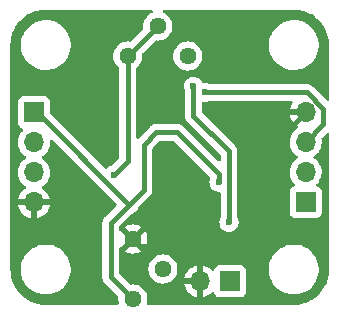
<source format=gbr>
%TF.GenerationSoftware,KiCad,Pcbnew,(6.0.0)*%
%TF.CreationDate,2022-02-09T06:53:37-08:00*%
%TF.ProjectId,depth-sensor,64657074-682d-4736-956e-736f722e6b69,1*%
%TF.SameCoordinates,Original*%
%TF.FileFunction,Copper,L2,Bot*%
%TF.FilePolarity,Positive*%
%FSLAX46Y46*%
G04 Gerber Fmt 4.6, Leading zero omitted, Abs format (unit mm)*
G04 Created by KiCad (PCBNEW (6.0.0)) date 2022-02-09 06:53:37*
%MOMM*%
%LPD*%
G01*
G04 APERTURE LIST*
%TA.AperFunction,ComponentPad*%
%ADD10R,1.700000X1.700000*%
%TD*%
%TA.AperFunction,ComponentPad*%
%ADD11O,1.700000X1.700000*%
%TD*%
%TA.AperFunction,ComponentPad*%
%ADD12C,1.440000*%
%TD*%
%TA.AperFunction,ViaPad*%
%ADD13C,0.600000*%
%TD*%
%TA.AperFunction,Conductor*%
%ADD14C,0.400000*%
%TD*%
G04 APERTURE END LIST*
D10*
%TO.P,J3,1,Pin_1*%
%TO.N,+9V*%
X121000000Y-56300000D03*
D11*
%TO.P,J3,2,Pin_2*%
%TO.N,VOUT*%
X121000000Y-53760000D03*
%TO.P,J3,3,Pin_3*%
%TO.N,ON*%
X121000000Y-51220000D03*
%TO.P,J3,4,Pin_4*%
%TO.N,GND*%
X121000000Y-48680000D03*
%TD*%
D10*
%TO.P,J2,1,Pin_1*%
%TO.N,VDD*%
X98000000Y-48700000D03*
D11*
%TO.P,J2,2,Pin_2*%
%TO.N,Net-(J2-Pad2)*%
X98000000Y-51240000D03*
%TO.P,J2,3,Pin_3*%
%TO.N,Net-(J2-Pad3)*%
X98000000Y-53780000D03*
%TO.P,J2,4,Pin_4*%
%TO.N,GND*%
X98000000Y-56320000D03*
%TD*%
D10*
%TO.P,J1,1,Pin_1*%
%TO.N,+9V*%
X114600000Y-63000000D03*
D11*
%TO.P,J1,2,Pin_2*%
%TO.N,GND*%
X112060000Y-63000000D03*
%TD*%
D12*
%TO.P,RV2,1,1*%
%TO.N,Net-(C3-Pad1)*%
X111025000Y-43925000D03*
%TO.P,RV2,2,2*%
%TO.N,Net-(C4-Pad1)*%
X108485000Y-41385000D03*
%TO.P,RV2,3,3*%
X105945000Y-43925000D03*
%TD*%
%TO.P,RV1,3,3*%
%TO.N,GND*%
X106375000Y-59420000D03*
%TO.P,RV1,2,2*%
%TO.N,Net-(C5-Pad2)*%
X108915000Y-61960000D03*
%TO.P,RV1,1,1*%
%TO.N,VDD*%
X106375000Y-64500000D03*
%TD*%
D13*
%TO.N,GND*%
X108585000Y-45720000D03*
X111125000Y-41275000D03*
%TO.N,VDD*%
X113665000Y-54610000D03*
%TO.N,GND*%
X109855000Y-52070000D03*
%TO.N,ON*%
X112500000Y-47000000D03*
%TO.N,Net-(Q1-Pad3)*%
X114509500Y-58000000D03*
X111500000Y-46500000D03*
%TO.N,Net-(C4-Pad1)*%
X104775000Y-53975000D03*
%TO.N,VDD*%
X106045000Y-56515000D03*
%TD*%
D14*
%TO.N,GND*%
X110000000Y-60000000D02*
X110000000Y-52215000D01*
X110000000Y-52215000D02*
X109855000Y-52070000D01*
%TO.N,Net-(C4-Pad1)*%
X105945000Y-52805000D02*
X104775000Y-53975000D01*
X105945000Y-43925000D02*
X105945000Y-52805000D01*
%TO.N,VDD*%
X110147813Y-50384310D02*
X113665000Y-53901497D01*
X108365690Y-50384310D02*
X110147813Y-50384310D01*
X107315000Y-51435000D02*
X108365690Y-50384310D01*
X107315000Y-55245000D02*
X107315000Y-51435000D01*
X106045000Y-56515000D02*
X107315000Y-55245000D01*
X113665000Y-53901497D02*
X113665000Y-54610000D01*
X104500000Y-58060000D02*
X106045000Y-56515000D01*
X104500000Y-62625000D02*
X104500000Y-58060000D01*
X106375000Y-64500000D02*
X104500000Y-62625000D01*
X98230000Y-48700000D02*
X106045000Y-56515000D01*
X98000000Y-48700000D02*
X98230000Y-48700000D01*
%TO.N,Net-(Q1-Pad3)*%
X111500000Y-49000000D02*
X111500000Y-46500000D01*
X114509500Y-52009500D02*
X111500000Y-49000000D01*
X114509500Y-58000000D02*
X114509500Y-52009500D01*
%TO.N,ON*%
X121087076Y-47000000D02*
X112500000Y-47000000D01*
X122500000Y-48412924D02*
X121087076Y-47000000D01*
X121000000Y-51220000D02*
X122500000Y-49720000D01*
X122500000Y-49720000D02*
X122500000Y-48412924D01*
%TO.N,GND*%
X112060000Y-60060000D02*
X112060000Y-63000000D01*
X113000000Y-60000000D02*
X112000000Y-60000000D01*
X112000000Y-60000000D02*
X112060000Y-60060000D01*
X113000000Y-60000000D02*
X106955000Y-60000000D01*
X114000000Y-60000000D02*
X113000000Y-60000000D01*
X106955000Y-60000000D02*
X106375000Y-59420000D01*
X118000000Y-56000000D02*
X114000000Y-60000000D01*
X118000000Y-51680000D02*
X118000000Y-56000000D01*
X121000000Y-48680000D02*
X118000000Y-51680000D01*
%TO.N,Net-(C4-Pad1)*%
X108485000Y-41385000D02*
X105945000Y-43925000D01*
%TD*%
%TA.AperFunction,Conductor*%
%TO.N,GND*%
G36*
X119848399Y-47728502D02*
G01*
X119894892Y-47782158D01*
X119904996Y-47852432D01*
X119884366Y-47905504D01*
X119818098Y-48002649D01*
X119813000Y-48011623D01*
X119723338Y-48204783D01*
X119719775Y-48214470D01*
X119664389Y-48414183D01*
X119665912Y-48422607D01*
X119678292Y-48426000D01*
X121128000Y-48426000D01*
X121196121Y-48446002D01*
X121242614Y-48499658D01*
X121254000Y-48552000D01*
X121254000Y-48808000D01*
X121233998Y-48876121D01*
X121180342Y-48922614D01*
X121128000Y-48934000D01*
X119683225Y-48934000D01*
X119669694Y-48937973D01*
X119668257Y-48947966D01*
X119698565Y-49082446D01*
X119701645Y-49092275D01*
X119781770Y-49289603D01*
X119786413Y-49298794D01*
X119897694Y-49480388D01*
X119903777Y-49488699D01*
X120043213Y-49649667D01*
X120050580Y-49656883D01*
X120214434Y-49792916D01*
X120222881Y-49798831D01*
X120291969Y-49839203D01*
X120340693Y-49890842D01*
X120353764Y-49960625D01*
X120327033Y-50026396D01*
X120286584Y-50059752D01*
X120273607Y-50066507D01*
X120269474Y-50069610D01*
X120269471Y-50069612D01*
X120246969Y-50086507D01*
X120094965Y-50200635D01*
X119940629Y-50362138D01*
X119814743Y-50546680D01*
X119803280Y-50571375D01*
X119728287Y-50732935D01*
X119720688Y-50749305D01*
X119660989Y-50964570D01*
X119637251Y-51186695D01*
X119637548Y-51191848D01*
X119637548Y-51191851D01*
X119643011Y-51286590D01*
X119650110Y-51409715D01*
X119651247Y-51414761D01*
X119651248Y-51414767D01*
X119669027Y-51493654D01*
X119699222Y-51627639D01*
X119783266Y-51834616D01*
X119785965Y-51839020D01*
X119872189Y-51979725D01*
X119899987Y-52025088D01*
X120046250Y-52193938D01*
X120218126Y-52336632D01*
X120249833Y-52355160D01*
X120291445Y-52379476D01*
X120340169Y-52431114D01*
X120353240Y-52500897D01*
X120326509Y-52566669D01*
X120286055Y-52600027D01*
X120273607Y-52606507D01*
X120269474Y-52609610D01*
X120269471Y-52609612D01*
X120107350Y-52731336D01*
X120094965Y-52740635D01*
X120069894Y-52766870D01*
X119994324Y-52845950D01*
X119940629Y-52902138D01*
X119937715Y-52906410D01*
X119937714Y-52906411D01*
X119852556Y-53031249D01*
X119814743Y-53086680D01*
X119720688Y-53289305D01*
X119660989Y-53504570D01*
X119637251Y-53726695D01*
X119637548Y-53731848D01*
X119637548Y-53731851D01*
X119643011Y-53826590D01*
X119650110Y-53949715D01*
X119651247Y-53954761D01*
X119651248Y-53954767D01*
X119671119Y-54042939D01*
X119699222Y-54167639D01*
X119745582Y-54281811D01*
X119774397Y-54352773D01*
X119783266Y-54374616D01*
X119814555Y-54425675D01*
X119858865Y-54497982D01*
X119899987Y-54565088D01*
X120046250Y-54733938D01*
X120050230Y-54737242D01*
X120054981Y-54741187D01*
X120094616Y-54800090D01*
X120096113Y-54871071D01*
X120058997Y-54931593D01*
X120018725Y-54956112D01*
X119988452Y-54967461D01*
X119903295Y-54999385D01*
X119786739Y-55086739D01*
X119699385Y-55203295D01*
X119648255Y-55339684D01*
X119641500Y-55401866D01*
X119641500Y-57198134D01*
X119648255Y-57260316D01*
X119699385Y-57396705D01*
X119786739Y-57513261D01*
X119903295Y-57600615D01*
X120039684Y-57651745D01*
X120101866Y-57658500D01*
X121898134Y-57658500D01*
X121960316Y-57651745D01*
X122096705Y-57600615D01*
X122213261Y-57513261D01*
X122300615Y-57396705D01*
X122351745Y-57260316D01*
X122358500Y-57198134D01*
X122358500Y-55401866D01*
X122351745Y-55339684D01*
X122300615Y-55203295D01*
X122213261Y-55086739D01*
X122096705Y-54999385D01*
X122067496Y-54988435D01*
X121978203Y-54954960D01*
X121921439Y-54912318D01*
X121896739Y-54845756D01*
X121911947Y-54776408D01*
X121933493Y-54747727D01*
X122018026Y-54663489D01*
X122038096Y-54643489D01*
X122097594Y-54560689D01*
X122165435Y-54466277D01*
X122168453Y-54462077D01*
X122257546Y-54281811D01*
X122265136Y-54266453D01*
X122265137Y-54266451D01*
X122267430Y-54261811D01*
X122332370Y-54048069D01*
X122361529Y-53826590D01*
X122362585Y-53783365D01*
X122363074Y-53763365D01*
X122363074Y-53763361D01*
X122363156Y-53760000D01*
X122344852Y-53537361D01*
X122290431Y-53320702D01*
X122201354Y-53115840D01*
X122149397Y-53035526D01*
X122082822Y-52932617D01*
X122082820Y-52932614D01*
X122080014Y-52928277D01*
X121929670Y-52763051D01*
X121925619Y-52759852D01*
X121925615Y-52759848D01*
X121758414Y-52627800D01*
X121758410Y-52627798D01*
X121754359Y-52624598D01*
X121713053Y-52601796D01*
X121663084Y-52551364D01*
X121648312Y-52481921D01*
X121673428Y-52415516D01*
X121700780Y-52388909D01*
X121750664Y-52353327D01*
X121879860Y-52261173D01*
X122038096Y-52103489D01*
X122097594Y-52020689D01*
X122165435Y-51926277D01*
X122168453Y-51922077D01*
X122209385Y-51839258D01*
X122265136Y-51726453D01*
X122265137Y-51726451D01*
X122267430Y-51721811D01*
X122332370Y-51508069D01*
X122361529Y-51286590D01*
X122362585Y-51243365D01*
X122363074Y-51223365D01*
X122363074Y-51223361D01*
X122363156Y-51220000D01*
X122344852Y-50997361D01*
X122343594Y-50992352D01*
X122338114Y-50970534D01*
X122340920Y-50899593D01*
X122371224Y-50850747D01*
X122776905Y-50445066D01*
X122839217Y-50411040D01*
X122910032Y-50416105D01*
X122966868Y-50458652D01*
X122991679Y-50525172D01*
X122992000Y-50534161D01*
X122992000Y-61950672D01*
X122990500Y-61970057D01*
X122988213Y-61984748D01*
X122986814Y-61993730D01*
X122987978Y-62002631D01*
X122987978Y-62002635D01*
X122989257Y-62012411D01*
X122990148Y-62035343D01*
X122984731Y-62138717D01*
X122975956Y-62306148D01*
X122974578Y-62319264D01*
X122954896Y-62443534D01*
X122927651Y-62615550D01*
X122924909Y-62628450D01*
X122853245Y-62895904D01*
X122847269Y-62918205D01*
X122843195Y-62930742D01*
X122771890Y-63116499D01*
X122735696Y-63210787D01*
X122730332Y-63222835D01*
X122594145Y-63490117D01*
X122587551Y-63501538D01*
X122424172Y-63753121D01*
X122416419Y-63763791D01*
X122227645Y-63996908D01*
X122218820Y-64006709D01*
X122006709Y-64218820D01*
X121996908Y-64227645D01*
X121763791Y-64416419D01*
X121753121Y-64424172D01*
X121501538Y-64587551D01*
X121490117Y-64594145D01*
X121222835Y-64730332D01*
X121210786Y-64735696D01*
X120930742Y-64843195D01*
X120918205Y-64847269D01*
X120628450Y-64924909D01*
X120615550Y-64927651D01*
X120319265Y-64974578D01*
X120306149Y-64975956D01*
X120042666Y-64989764D01*
X120016688Y-64988436D01*
X120015144Y-64988195D01*
X120015140Y-64988195D01*
X120006270Y-64986814D01*
X119997368Y-64987978D01*
X119997365Y-64987978D01*
X119974749Y-64990936D01*
X119958411Y-64992000D01*
X107679213Y-64992000D01*
X107611092Y-64971998D01*
X107564599Y-64918342D01*
X107554495Y-64848068D01*
X107557506Y-64833389D01*
X107588034Y-64719457D01*
X107588034Y-64719455D01*
X107589458Y-64714142D01*
X107608193Y-64500000D01*
X107589458Y-64285858D01*
X107573494Y-64226279D01*
X107535245Y-64083533D01*
X107535244Y-64083531D01*
X107533822Y-64078223D01*
X107531499Y-64073241D01*
X107445299Y-63888385D01*
X107445297Y-63888382D01*
X107442976Y-63883404D01*
X107319681Y-63707319D01*
X107167681Y-63555319D01*
X106991597Y-63432024D01*
X106986619Y-63429703D01*
X106986616Y-63429701D01*
X106801759Y-63343501D01*
X106801758Y-63343500D01*
X106796777Y-63341178D01*
X106791469Y-63339756D01*
X106791467Y-63339755D01*
X106594457Y-63286966D01*
X106594455Y-63286966D01*
X106589142Y-63285542D01*
X106388247Y-63267966D01*
X110728257Y-63267966D01*
X110758565Y-63402446D01*
X110761645Y-63412275D01*
X110841770Y-63609603D01*
X110846413Y-63618794D01*
X110957694Y-63800388D01*
X110963777Y-63808699D01*
X111103213Y-63969667D01*
X111110580Y-63976883D01*
X111274434Y-64112916D01*
X111282881Y-64118831D01*
X111466756Y-64226279D01*
X111476042Y-64230729D01*
X111675001Y-64306703D01*
X111684899Y-64309579D01*
X111788250Y-64330606D01*
X111802299Y-64329410D01*
X111806000Y-64319065D01*
X111806000Y-64318517D01*
X112314000Y-64318517D01*
X112318064Y-64332359D01*
X112331478Y-64334393D01*
X112338184Y-64333534D01*
X112348262Y-64331392D01*
X112552255Y-64270191D01*
X112561842Y-64266433D01*
X112753095Y-64172739D01*
X112761945Y-64167464D01*
X112935328Y-64043792D01*
X112943193Y-64037145D01*
X113047897Y-63932805D01*
X113110268Y-63898889D01*
X113181075Y-63904077D01*
X113237837Y-63946723D01*
X113254819Y-63977826D01*
X113299385Y-64096705D01*
X113386739Y-64213261D01*
X113503295Y-64300615D01*
X113639684Y-64351745D01*
X113701866Y-64358500D01*
X115498134Y-64358500D01*
X115560316Y-64351745D01*
X115696705Y-64300615D01*
X115813261Y-64213261D01*
X115900615Y-64096705D01*
X115951745Y-63960316D01*
X115958500Y-63898134D01*
X115958500Y-62132703D01*
X117890743Y-62132703D01*
X117891302Y-62136947D01*
X117891302Y-62136951D01*
X117896898Y-62179457D01*
X117928268Y-62417734D01*
X118004129Y-62695036D01*
X118005813Y-62698984D01*
X118112262Y-62948548D01*
X118116923Y-62959476D01*
X118159310Y-63030299D01*
X118256800Y-63193193D01*
X118264561Y-63206161D01*
X118444313Y-63430528D01*
X118652851Y-63628423D01*
X118886317Y-63796186D01*
X118890112Y-63798195D01*
X118890113Y-63798196D01*
X118909950Y-63808699D01*
X119140392Y-63930712D01*
X119246842Y-63969667D01*
X119348064Y-64006709D01*
X119410373Y-64029511D01*
X119691264Y-64090755D01*
X119719841Y-64093004D01*
X119914282Y-64108307D01*
X119914291Y-64108307D01*
X119916739Y-64108500D01*
X120072271Y-64108500D01*
X120074407Y-64108354D01*
X120074418Y-64108354D01*
X120282548Y-64094165D01*
X120282554Y-64094164D01*
X120286825Y-64093873D01*
X120291020Y-64093004D01*
X120291022Y-64093004D01*
X120427584Y-64064723D01*
X120568342Y-64035574D01*
X120839343Y-63939607D01*
X121094812Y-63807750D01*
X121098313Y-63805289D01*
X121098317Y-63805287D01*
X121243253Y-63703424D01*
X121330023Y-63642441D01*
X121427177Y-63552160D01*
X121537479Y-63449661D01*
X121537481Y-63449658D01*
X121540622Y-63446740D01*
X121722713Y-63224268D01*
X121872927Y-62979142D01*
X121896879Y-62924579D01*
X121986757Y-62719830D01*
X121988483Y-62715898D01*
X122067244Y-62439406D01*
X122107751Y-62154784D01*
X122107794Y-62146727D01*
X122109235Y-61871583D01*
X122109235Y-61871576D01*
X122109257Y-61867297D01*
X122071732Y-61582266D01*
X121995871Y-61304964D01*
X121883077Y-61040524D01*
X121741222Y-60803501D01*
X121737643Y-60797521D01*
X121737640Y-60797517D01*
X121735439Y-60793839D01*
X121555687Y-60569472D01*
X121347149Y-60371577D01*
X121113683Y-60203814D01*
X121091843Y-60192250D01*
X121068654Y-60179972D01*
X120859608Y-60069288D01*
X120589627Y-59970489D01*
X120308736Y-59909245D01*
X120277685Y-59906801D01*
X120085718Y-59891693D01*
X120085709Y-59891693D01*
X120083261Y-59891500D01*
X119927729Y-59891500D01*
X119925593Y-59891646D01*
X119925582Y-59891646D01*
X119717452Y-59905835D01*
X119717446Y-59905836D01*
X119713175Y-59906127D01*
X119708980Y-59906996D01*
X119708978Y-59906996D01*
X119572417Y-59935276D01*
X119431658Y-59964426D01*
X119160657Y-60060393D01*
X118905188Y-60192250D01*
X118901687Y-60194711D01*
X118901683Y-60194713D01*
X118891594Y-60201804D01*
X118669977Y-60357559D01*
X118459378Y-60553260D01*
X118277287Y-60775732D01*
X118127073Y-61020858D01*
X118125347Y-61024791D01*
X118125346Y-61024792D01*
X118013243Y-61280170D01*
X118011517Y-61284102D01*
X117932756Y-61560594D01*
X117906340Y-61746209D01*
X117899550Y-61793919D01*
X117892249Y-61845216D01*
X117892227Y-61849505D01*
X117892226Y-61849512D01*
X117890765Y-62128417D01*
X117890743Y-62132703D01*
X115958500Y-62132703D01*
X115958500Y-62101866D01*
X115951745Y-62039684D01*
X115900615Y-61903295D01*
X115813261Y-61786739D01*
X115696705Y-61699385D01*
X115560316Y-61648255D01*
X115498134Y-61641500D01*
X113701866Y-61641500D01*
X113639684Y-61648255D01*
X113503295Y-61699385D01*
X113386739Y-61786739D01*
X113299385Y-61903295D01*
X113296233Y-61911703D01*
X113296232Y-61911705D01*
X113254722Y-62022433D01*
X113212081Y-62079198D01*
X113145519Y-62103898D01*
X113076170Y-62088691D01*
X113043546Y-62063004D01*
X112992799Y-62007234D01*
X112985273Y-62000215D01*
X112818139Y-61868222D01*
X112809552Y-61862517D01*
X112623117Y-61759599D01*
X112613705Y-61755369D01*
X112412959Y-61684280D01*
X112402988Y-61681646D01*
X112331837Y-61668972D01*
X112318540Y-61670432D01*
X112314000Y-61684989D01*
X112314000Y-64318517D01*
X111806000Y-64318517D01*
X111806000Y-63272115D01*
X111801525Y-63256876D01*
X111800135Y-63255671D01*
X111792452Y-63254000D01*
X110743225Y-63254000D01*
X110729694Y-63257973D01*
X110728257Y-63267966D01*
X106388247Y-63267966D01*
X106375000Y-63266807D01*
X106369525Y-63267286D01*
X106369524Y-63267286D01*
X106220908Y-63280288D01*
X106151304Y-63266299D01*
X106120832Y-63243862D01*
X105245405Y-62368435D01*
X105211379Y-62306123D01*
X105208500Y-62279340D01*
X105208500Y-61960000D01*
X107681807Y-61960000D01*
X107700542Y-62174142D01*
X107701966Y-62179455D01*
X107701966Y-62179457D01*
X107753078Y-62370206D01*
X107756178Y-62381777D01*
X107758500Y-62386757D01*
X107758501Y-62386759D01*
X107781071Y-62435159D01*
X107847024Y-62576596D01*
X107970319Y-62752681D01*
X108122319Y-62904681D01*
X108298403Y-63027976D01*
X108303381Y-63030297D01*
X108303384Y-63030299D01*
X108448598Y-63098013D01*
X108493223Y-63118822D01*
X108498531Y-63120244D01*
X108498533Y-63120245D01*
X108695543Y-63173034D01*
X108695545Y-63173034D01*
X108700858Y-63174458D01*
X108915000Y-63193193D01*
X109129142Y-63174458D01*
X109134455Y-63173034D01*
X109134457Y-63173034D01*
X109331467Y-63120245D01*
X109331469Y-63120244D01*
X109336777Y-63118822D01*
X109381402Y-63098013D01*
X109526616Y-63030299D01*
X109526619Y-63030297D01*
X109531597Y-63027976D01*
X109707681Y-62904681D01*
X109859681Y-62752681D01*
X109872633Y-62734183D01*
X110724389Y-62734183D01*
X110725912Y-62742607D01*
X110738292Y-62746000D01*
X111787885Y-62746000D01*
X111803124Y-62741525D01*
X111804329Y-62740135D01*
X111806000Y-62732452D01*
X111806000Y-61683102D01*
X111802082Y-61669758D01*
X111787806Y-61667771D01*
X111749324Y-61673660D01*
X111739288Y-61676051D01*
X111536868Y-61742212D01*
X111527359Y-61746209D01*
X111338463Y-61844542D01*
X111329738Y-61850036D01*
X111159433Y-61977905D01*
X111151726Y-61984748D01*
X111004590Y-62138717D01*
X110998104Y-62146727D01*
X110878098Y-62322649D01*
X110873000Y-62331623D01*
X110783338Y-62524783D01*
X110779775Y-62534470D01*
X110724389Y-62734183D01*
X109872633Y-62734183D01*
X109982976Y-62576596D01*
X110048930Y-62435159D01*
X110071499Y-62386759D01*
X110071500Y-62386757D01*
X110073822Y-62381777D01*
X110076923Y-62370206D01*
X110128034Y-62179457D01*
X110128034Y-62179455D01*
X110129458Y-62174142D01*
X110148193Y-61960000D01*
X110129458Y-61745858D01*
X110112958Y-61684280D01*
X110075245Y-61543533D01*
X110075244Y-61543531D01*
X110073822Y-61538223D01*
X109982976Y-61343404D01*
X109859681Y-61167319D01*
X109707681Y-61015319D01*
X109531597Y-60892024D01*
X109526619Y-60889703D01*
X109526616Y-60889701D01*
X109341759Y-60803501D01*
X109341758Y-60803500D01*
X109336777Y-60801178D01*
X109331469Y-60799756D01*
X109331467Y-60799755D01*
X109134457Y-60746966D01*
X109134455Y-60746966D01*
X109129142Y-60745542D01*
X108915000Y-60726807D01*
X108700858Y-60745542D01*
X108695545Y-60746966D01*
X108695543Y-60746966D01*
X108498533Y-60799755D01*
X108498531Y-60799756D01*
X108493223Y-60801178D01*
X108488243Y-60803500D01*
X108488241Y-60803501D01*
X108303385Y-60889701D01*
X108303382Y-60889703D01*
X108298404Y-60892024D01*
X108122319Y-61015319D01*
X107970319Y-61167319D01*
X107847024Y-61343404D01*
X107756178Y-61538223D01*
X107754756Y-61543531D01*
X107754755Y-61543533D01*
X107717042Y-61684280D01*
X107700542Y-61745858D01*
X107681807Y-61960000D01*
X105208500Y-61960000D01*
X105208500Y-60448621D01*
X105710933Y-60448621D01*
X105720227Y-60460635D01*
X105754146Y-60484385D01*
X105763641Y-60489868D01*
X105948413Y-60576028D01*
X105958705Y-60579774D01*
X106155632Y-60632540D01*
X106166425Y-60634443D01*
X106369525Y-60652212D01*
X106380475Y-60652212D01*
X106583575Y-60634443D01*
X106594368Y-60632540D01*
X106791295Y-60579774D01*
X106801587Y-60576028D01*
X106986359Y-60489868D01*
X106995854Y-60484385D01*
X107030607Y-60460051D01*
X107038983Y-60449572D01*
X107031916Y-60436127D01*
X106387811Y-59792021D01*
X106373868Y-59784408D01*
X106372034Y-59784539D01*
X106365420Y-59788790D01*
X105717360Y-60436851D01*
X105710933Y-60448621D01*
X105208500Y-60448621D01*
X105208500Y-60210868D01*
X105228502Y-60142747D01*
X105282158Y-60096254D01*
X105340203Y-60086729D01*
X105358872Y-60076917D01*
X106002979Y-59432811D01*
X106009356Y-59421132D01*
X106739408Y-59421132D01*
X106739539Y-59422966D01*
X106743790Y-59429580D01*
X107391851Y-60077640D01*
X107403621Y-60084067D01*
X107415635Y-60074772D01*
X107439387Y-60040850D01*
X107444865Y-60031364D01*
X107531028Y-59846587D01*
X107534774Y-59836295D01*
X107587540Y-59639368D01*
X107589443Y-59628575D01*
X107607212Y-59425475D01*
X107607212Y-59414525D01*
X107589443Y-59211425D01*
X107587540Y-59200632D01*
X107534774Y-59003705D01*
X107531028Y-58993413D01*
X107444865Y-58808636D01*
X107439387Y-58799150D01*
X107415051Y-58764393D01*
X107404572Y-58756017D01*
X107391128Y-58763083D01*
X106747021Y-59407189D01*
X106739408Y-59421132D01*
X106009356Y-59421132D01*
X106010592Y-59418868D01*
X106010461Y-59417034D01*
X106006210Y-59410420D01*
X105358149Y-58762360D01*
X105344211Y-58754749D01*
X105343489Y-58754801D01*
X105274115Y-58739710D01*
X105223913Y-58689508D01*
X105208500Y-58629122D01*
X105208500Y-58405660D01*
X105212972Y-58390428D01*
X105711017Y-58390428D01*
X105718083Y-58403872D01*
X106362189Y-59047979D01*
X106376132Y-59055592D01*
X106377966Y-59055461D01*
X106384580Y-59051210D01*
X107032640Y-58403149D01*
X107039067Y-58391379D01*
X107029773Y-58379365D01*
X106995854Y-58355615D01*
X106986359Y-58350132D01*
X106801587Y-58263972D01*
X106791295Y-58260226D01*
X106594368Y-58207460D01*
X106583575Y-58205557D01*
X106380475Y-58187788D01*
X106369525Y-58187788D01*
X106166425Y-58205557D01*
X106155632Y-58207460D01*
X105958705Y-58260226D01*
X105948413Y-58263972D01*
X105763636Y-58350135D01*
X105754150Y-58355613D01*
X105719393Y-58379949D01*
X105711017Y-58390428D01*
X105212972Y-58390428D01*
X105228502Y-58337539D01*
X105245405Y-58316565D01*
X106248493Y-57313477D01*
X106298651Y-57282739D01*
X106374411Y-57258123D01*
X106381108Y-57255947D01*
X106536912Y-57163069D01*
X106668266Y-57037982D01*
X106768643Y-56886902D01*
X106816371Y-56761258D01*
X106845064Y-56716906D01*
X107795536Y-55766435D01*
X107801801Y-55760582D01*
X107839664Y-55727552D01*
X107839665Y-55727551D01*
X107845385Y-55722561D01*
X107882136Y-55670271D01*
X107886028Y-55665029D01*
X107925476Y-55614718D01*
X107928600Y-55607799D01*
X107929988Y-55605507D01*
X107938357Y-55590835D01*
X107939622Y-55588475D01*
X107943990Y-55582261D01*
X107957544Y-55547498D01*
X107967202Y-55522725D01*
X107969759Y-55516642D01*
X107980468Y-55492926D01*
X107996045Y-55458427D01*
X107997430Y-55450954D01*
X107998234Y-55448388D01*
X108002855Y-55432165D01*
X108003520Y-55429573D01*
X108006282Y-55422491D01*
X108014622Y-55359139D01*
X108015654Y-55352623D01*
X108025911Y-55297281D01*
X108027295Y-55289814D01*
X108023709Y-55227620D01*
X108023500Y-55220367D01*
X108023500Y-51780660D01*
X108043502Y-51712539D01*
X108060405Y-51691565D01*
X108622255Y-51129715D01*
X108684567Y-51095689D01*
X108711350Y-51092810D01*
X109802153Y-51092810D01*
X109870274Y-51112812D01*
X109891248Y-51129715D01*
X112899098Y-54137565D01*
X112933124Y-54199877D01*
X112928404Y-54269753D01*
X112922326Y-54286453D01*
X112881355Y-54399020D01*
X112874197Y-54418685D01*
X112851463Y-54598640D01*
X112869163Y-54779160D01*
X112926418Y-54951273D01*
X112930065Y-54957295D01*
X112930066Y-54957297D01*
X113012807Y-55093919D01*
X113020380Y-55106424D01*
X113146382Y-55236902D01*
X113152278Y-55240760D01*
X113292143Y-55332285D01*
X113298159Y-55336222D01*
X113304763Y-55338678D01*
X113304765Y-55338679D01*
X113461558Y-55396990D01*
X113461560Y-55396990D01*
X113468168Y-55399448D01*
X113543578Y-55409510D01*
X113640980Y-55422507D01*
X113640984Y-55422507D01*
X113647961Y-55423438D01*
X113663585Y-55422016D01*
X113733237Y-55435764D01*
X113784400Y-55484986D01*
X113801000Y-55547498D01*
X113801000Y-57569710D01*
X113784841Y-57624598D01*
X113787683Y-57626009D01*
X113784553Y-57632313D01*
X113780735Y-57638238D01*
X113778326Y-57644858D01*
X113778324Y-57644861D01*
X113727192Y-57785345D01*
X113718697Y-57808685D01*
X113695963Y-57988640D01*
X113713663Y-58169160D01*
X113770918Y-58341273D01*
X113774565Y-58347295D01*
X113774566Y-58347297D01*
X113785478Y-58365314D01*
X113864880Y-58496424D01*
X113990882Y-58626902D01*
X114142659Y-58726222D01*
X114149263Y-58728678D01*
X114149265Y-58728679D01*
X114306058Y-58786990D01*
X114306060Y-58786990D01*
X114312668Y-58789448D01*
X114385380Y-58799150D01*
X114485480Y-58812507D01*
X114485484Y-58812507D01*
X114492461Y-58813438D01*
X114499472Y-58812800D01*
X114499476Y-58812800D01*
X114649454Y-58799150D01*
X114673100Y-58796998D01*
X114679802Y-58794820D01*
X114679804Y-58794820D01*
X114838909Y-58743124D01*
X114838912Y-58743123D01*
X114845608Y-58740947D01*
X115001412Y-58648069D01*
X115132766Y-58522982D01*
X115233143Y-58371902D01*
X115297555Y-58202338D01*
X115299600Y-58187788D01*
X115322248Y-58026639D01*
X115322248Y-58026636D01*
X115322799Y-58022717D01*
X115323116Y-58000000D01*
X115302897Y-57819745D01*
X115300580Y-57813091D01*
X115245564Y-57655106D01*
X115245562Y-57655103D01*
X115243245Y-57648448D01*
X115237144Y-57638684D01*
X115218000Y-57571918D01*
X115218000Y-52038427D01*
X115218292Y-52029858D01*
X115221710Y-51979725D01*
X115221710Y-51979721D01*
X115222226Y-51972148D01*
X115211236Y-51909181D01*
X115210275Y-51902665D01*
X115204993Y-51859020D01*
X115202602Y-51839258D01*
X115199919Y-51832157D01*
X115199278Y-51829548D01*
X115194809Y-51813215D01*
X115194048Y-51810695D01*
X115192743Y-51803217D01*
X115189691Y-51796264D01*
X115167059Y-51744704D01*
X115164568Y-51738599D01*
X115144675Y-51685956D01*
X115144673Y-51685952D01*
X115141987Y-51678844D01*
X115137684Y-51672583D01*
X115136447Y-51670217D01*
X115128220Y-51655437D01*
X115126869Y-51653152D01*
X115123815Y-51646195D01*
X115119195Y-51640175D01*
X115119192Y-51640169D01*
X115084921Y-51595509D01*
X115081041Y-51590168D01*
X115049161Y-51543780D01*
X115049156Y-51543775D01*
X115044857Y-51537519D01*
X114998329Y-51496064D01*
X114993054Y-51491084D01*
X112245405Y-48743435D01*
X112211379Y-48681123D01*
X112208500Y-48654340D01*
X112208500Y-47920745D01*
X112228502Y-47852624D01*
X112282158Y-47806131D01*
X112351164Y-47795852D01*
X112396235Y-47801866D01*
X112475980Y-47812507D01*
X112475984Y-47812507D01*
X112482961Y-47813438D01*
X112489972Y-47812800D01*
X112489976Y-47812800D01*
X112632459Y-47799832D01*
X112663600Y-47796998D01*
X112670302Y-47794820D01*
X112670304Y-47794820D01*
X112829409Y-47743124D01*
X112829412Y-47743123D01*
X112836108Y-47740947D01*
X112860727Y-47726271D01*
X112925245Y-47708500D01*
X119780278Y-47708500D01*
X119848399Y-47728502D01*
G37*
%TD.AperFunction*%
%TA.AperFunction,Conductor*%
G36*
X108030879Y-40028002D02*
G01*
X108077372Y-40081658D01*
X108087476Y-40151932D01*
X108057982Y-40216512D01*
X108016008Y-40248195D01*
X107873385Y-40314701D01*
X107873382Y-40314703D01*
X107868404Y-40317024D01*
X107692319Y-40440319D01*
X107540319Y-40592319D01*
X107417024Y-40768404D01*
X107414703Y-40773382D01*
X107414701Y-40773385D01*
X107352802Y-40906127D01*
X107326178Y-40963223D01*
X107324756Y-40968531D01*
X107324755Y-40968533D01*
X107300141Y-41060393D01*
X107270542Y-41170858D01*
X107251807Y-41385000D01*
X107252286Y-41390475D01*
X107252286Y-41390476D01*
X107265288Y-41539092D01*
X107251299Y-41608696D01*
X107228862Y-41639168D01*
X106199168Y-42668862D01*
X106136856Y-42702888D01*
X106099092Y-42705288D01*
X105950476Y-42692286D01*
X105950475Y-42692286D01*
X105945000Y-42691807D01*
X105730858Y-42710542D01*
X105725545Y-42711966D01*
X105725543Y-42711966D01*
X105528533Y-42764755D01*
X105528531Y-42764756D01*
X105523223Y-42766178D01*
X105518243Y-42768500D01*
X105518241Y-42768501D01*
X105333385Y-42854701D01*
X105333382Y-42854703D01*
X105328404Y-42857024D01*
X105152319Y-42980319D01*
X105000319Y-43132319D01*
X104877024Y-43308404D01*
X104874703Y-43313382D01*
X104874701Y-43313385D01*
X104788501Y-43498241D01*
X104786178Y-43503223D01*
X104784756Y-43508531D01*
X104784755Y-43508533D01*
X104733102Y-43701304D01*
X104730542Y-43710858D01*
X104711807Y-43925000D01*
X104730542Y-44139142D01*
X104731966Y-44144455D01*
X104731966Y-44144457D01*
X104754241Y-44227586D01*
X104786178Y-44346777D01*
X104788500Y-44351757D01*
X104788501Y-44351759D01*
X104832792Y-44446740D01*
X104877024Y-44541596D01*
X105000319Y-44717681D01*
X105152319Y-44869681D01*
X105182772Y-44891004D01*
X105227099Y-44946460D01*
X105236500Y-44994216D01*
X105236500Y-52459340D01*
X105216498Y-52527461D01*
X105199595Y-52548435D01*
X104571563Y-53176467D01*
X104523074Y-53206650D01*
X104428579Y-53238818D01*
X104422575Y-53242512D01*
X104280095Y-53330166D01*
X104280092Y-53330168D01*
X104274088Y-53333862D01*
X104156906Y-53448615D01*
X104094242Y-53481984D01*
X104023484Y-53476178D01*
X103979655Y-53447685D01*
X99395405Y-48863435D01*
X99361379Y-48801123D01*
X99358500Y-48774340D01*
X99358500Y-47801866D01*
X99351745Y-47739684D01*
X99300615Y-47603295D01*
X99213261Y-47486739D01*
X99096705Y-47399385D01*
X98960316Y-47348255D01*
X98898134Y-47341500D01*
X97101866Y-47341500D01*
X97039684Y-47348255D01*
X96903295Y-47399385D01*
X96786739Y-47486739D01*
X96699385Y-47603295D01*
X96648255Y-47739684D01*
X96641500Y-47801866D01*
X96641500Y-49598134D01*
X96648255Y-49660316D01*
X96699385Y-49796705D01*
X96786739Y-49913261D01*
X96903295Y-50000615D01*
X96911704Y-50003767D01*
X96911705Y-50003768D01*
X97020451Y-50044535D01*
X97077216Y-50087176D01*
X97101916Y-50153738D01*
X97086709Y-50223087D01*
X97067316Y-50249568D01*
X96963313Y-50358401D01*
X96940629Y-50382138D01*
X96814743Y-50566680D01*
X96812564Y-50571375D01*
X96729972Y-50749305D01*
X96720688Y-50769305D01*
X96660989Y-50984570D01*
X96637251Y-51206695D01*
X96637548Y-51211848D01*
X96637548Y-51211851D01*
X96643011Y-51306590D01*
X96650110Y-51429715D01*
X96651247Y-51434761D01*
X96651248Y-51434767D01*
X96671119Y-51522939D01*
X96699222Y-51647639D01*
X96783266Y-51854616D01*
X96785965Y-51859020D01*
X96850708Y-51964671D01*
X96899987Y-52045088D01*
X97046250Y-52213938D01*
X97218126Y-52356632D01*
X97257219Y-52379476D01*
X97291445Y-52399476D01*
X97340169Y-52451114D01*
X97353240Y-52520897D01*
X97326509Y-52586669D01*
X97286055Y-52620027D01*
X97273607Y-52626507D01*
X97269474Y-52629610D01*
X97269471Y-52629612D01*
X97116624Y-52744373D01*
X97094965Y-52760635D01*
X97091393Y-52764373D01*
X96963313Y-52898401D01*
X96940629Y-52922138D01*
X96814743Y-53106680D01*
X96799003Y-53140590D01*
X96729972Y-53289305D01*
X96720688Y-53309305D01*
X96660989Y-53524570D01*
X96637251Y-53746695D01*
X96637548Y-53751848D01*
X96637548Y-53751851D01*
X96643011Y-53846590D01*
X96650110Y-53969715D01*
X96651247Y-53974761D01*
X96651248Y-53974767D01*
X96671119Y-54062939D01*
X96699222Y-54187639D01*
X96737461Y-54281811D01*
X96763892Y-54346902D01*
X96783266Y-54394616D01*
X96802299Y-54425675D01*
X96846609Y-54497982D01*
X96899987Y-54585088D01*
X97046250Y-54753938D01*
X97218126Y-54896632D01*
X97276762Y-54930896D01*
X97291955Y-54939774D01*
X97340679Y-54991412D01*
X97353750Y-55061195D01*
X97327019Y-55126967D01*
X97286562Y-55160327D01*
X97278457Y-55164546D01*
X97269738Y-55170036D01*
X97099433Y-55297905D01*
X97091726Y-55304748D01*
X96944590Y-55458717D01*
X96938104Y-55466727D01*
X96818098Y-55642649D01*
X96813000Y-55651623D01*
X96723338Y-55844783D01*
X96719775Y-55854470D01*
X96664389Y-56054183D01*
X96665912Y-56062607D01*
X96678292Y-56066000D01*
X99318344Y-56066000D01*
X99331875Y-56062027D01*
X99333180Y-56052947D01*
X99291214Y-55885875D01*
X99287894Y-55876124D01*
X99202972Y-55680814D01*
X99198105Y-55671739D01*
X99082426Y-55492926D01*
X99076136Y-55484757D01*
X98932806Y-55327240D01*
X98925273Y-55320215D01*
X98758139Y-55188222D01*
X98749556Y-55182520D01*
X98712602Y-55162120D01*
X98662631Y-55111687D01*
X98647859Y-55042245D01*
X98672975Y-54975839D01*
X98700327Y-54949232D01*
X98770273Y-54899340D01*
X98879860Y-54821173D01*
X99038096Y-54663489D01*
X99052468Y-54643489D01*
X99165435Y-54486277D01*
X99168453Y-54482077D01*
X99180631Y-54457438D01*
X99265136Y-54286453D01*
X99265137Y-54286451D01*
X99267430Y-54281811D01*
X99332370Y-54068069D01*
X99361529Y-53846590D01*
X99363156Y-53780000D01*
X99344852Y-53557361D01*
X99290431Y-53340702D01*
X99201354Y-53135840D01*
X99080014Y-52948277D01*
X98929670Y-52783051D01*
X98925619Y-52779852D01*
X98925615Y-52779848D01*
X98758414Y-52647800D01*
X98758410Y-52647798D01*
X98754359Y-52644598D01*
X98713053Y-52621796D01*
X98663084Y-52571364D01*
X98648312Y-52501921D01*
X98673428Y-52435516D01*
X98700780Y-52408909D01*
X98744603Y-52377650D01*
X98879860Y-52281173D01*
X99038096Y-52123489D01*
X99052468Y-52103489D01*
X99165435Y-51946277D01*
X99168453Y-51942077D01*
X99180631Y-51917438D01*
X99265136Y-51746453D01*
X99265137Y-51746451D01*
X99267430Y-51741811D01*
X99332370Y-51528069D01*
X99361529Y-51306590D01*
X99363156Y-51240000D01*
X99355024Y-51141084D01*
X99369377Y-51071553D01*
X99419043Y-51020820D01*
X99488253Y-51004993D01*
X99555033Y-51029095D01*
X99569695Y-51041665D01*
X104953935Y-56425905D01*
X104987961Y-56488217D01*
X104982896Y-56559032D01*
X104953935Y-56604095D01*
X104019480Y-57538550D01*
X104013215Y-57544404D01*
X103969615Y-57582439D01*
X103938506Y-57626703D01*
X103932872Y-57634719D01*
X103928939Y-57640014D01*
X103889524Y-57690282D01*
X103886401Y-57697198D01*
X103885017Y-57699484D01*
X103876643Y-57714165D01*
X103875378Y-57716525D01*
X103871010Y-57722739D01*
X103868250Y-57729818D01*
X103868249Y-57729820D01*
X103847798Y-57782275D01*
X103845247Y-57788344D01*
X103818955Y-57846573D01*
X103817571Y-57854040D01*
X103816770Y-57856595D01*
X103812141Y-57872848D01*
X103811478Y-57875428D01*
X103808718Y-57882509D01*
X103807727Y-57890040D01*
X103807726Y-57890042D01*
X103800379Y-57945852D01*
X103799348Y-57952359D01*
X103787704Y-58015186D01*
X103788141Y-58022766D01*
X103788141Y-58022767D01*
X103791291Y-58077392D01*
X103791500Y-58084646D01*
X103791500Y-62596088D01*
X103791208Y-62604658D01*
X103790466Y-62615550D01*
X103787275Y-62662352D01*
X103788580Y-62669829D01*
X103788580Y-62669830D01*
X103798261Y-62725299D01*
X103799223Y-62731821D01*
X103806898Y-62795242D01*
X103809581Y-62802343D01*
X103810222Y-62804952D01*
X103814685Y-62821262D01*
X103815450Y-62823798D01*
X103816757Y-62831284D01*
X103819811Y-62838241D01*
X103842442Y-62889795D01*
X103844935Y-62895904D01*
X103858102Y-62930749D01*
X103867513Y-62955656D01*
X103871817Y-62961919D01*
X103873054Y-62964285D01*
X103881299Y-62979097D01*
X103882632Y-62981351D01*
X103885685Y-62988305D01*
X103916127Y-63027976D01*
X103924579Y-63038991D01*
X103928459Y-63044332D01*
X103960339Y-63090720D01*
X103960344Y-63090725D01*
X103964643Y-63096981D01*
X103970313Y-63102032D01*
X103970314Y-63102034D01*
X104011170Y-63138435D01*
X104016446Y-63143416D01*
X105118862Y-64245833D01*
X105152888Y-64308145D01*
X105155288Y-64345910D01*
X105141807Y-64500000D01*
X105160542Y-64714142D01*
X105161966Y-64719455D01*
X105161966Y-64719457D01*
X105192494Y-64833389D01*
X105190804Y-64904365D01*
X105151010Y-64963161D01*
X105085745Y-64991109D01*
X105070787Y-64992000D01*
X99049328Y-64992000D01*
X99029943Y-64990500D01*
X99015142Y-64988195D01*
X99015139Y-64988195D01*
X99006270Y-64986814D01*
X98997369Y-64987978D01*
X98997365Y-64987978D01*
X98987589Y-64989257D01*
X98964657Y-64990148D01*
X98693851Y-64975956D01*
X98680735Y-64974578D01*
X98384450Y-64927651D01*
X98371550Y-64924909D01*
X98081795Y-64847269D01*
X98069258Y-64843195D01*
X97789214Y-64735696D01*
X97777165Y-64730332D01*
X97509883Y-64594145D01*
X97498462Y-64587551D01*
X97246879Y-64424172D01*
X97236209Y-64416419D01*
X97003092Y-64227645D01*
X96993291Y-64218820D01*
X96781180Y-64006709D01*
X96772355Y-63996908D01*
X96583581Y-63763791D01*
X96575828Y-63753121D01*
X96412449Y-63501538D01*
X96405855Y-63490117D01*
X96269668Y-63222835D01*
X96264304Y-63210787D01*
X96228110Y-63116499D01*
X96156805Y-62930742D01*
X96152731Y-62918205D01*
X96146756Y-62895904D01*
X96075091Y-62628450D01*
X96072349Y-62615550D01*
X96045104Y-62443534D01*
X96025422Y-62319264D01*
X96024044Y-62306148D01*
X96016839Y-62168662D01*
X96014955Y-62132703D01*
X96890743Y-62132703D01*
X96891302Y-62136947D01*
X96891302Y-62136951D01*
X96896898Y-62179457D01*
X96928268Y-62417734D01*
X97004129Y-62695036D01*
X97005813Y-62698984D01*
X97112262Y-62948548D01*
X97116923Y-62959476D01*
X97159310Y-63030299D01*
X97256800Y-63193193D01*
X97264561Y-63206161D01*
X97444313Y-63430528D01*
X97652851Y-63628423D01*
X97886317Y-63796186D01*
X97890112Y-63798195D01*
X97890113Y-63798196D01*
X97909950Y-63808699D01*
X98140392Y-63930712D01*
X98246842Y-63969667D01*
X98348064Y-64006709D01*
X98410373Y-64029511D01*
X98691264Y-64090755D01*
X98719841Y-64093004D01*
X98914282Y-64108307D01*
X98914291Y-64108307D01*
X98916739Y-64108500D01*
X99072271Y-64108500D01*
X99074407Y-64108354D01*
X99074418Y-64108354D01*
X99282548Y-64094165D01*
X99282554Y-64094164D01*
X99286825Y-64093873D01*
X99291020Y-64093004D01*
X99291022Y-64093004D01*
X99427584Y-64064723D01*
X99568342Y-64035574D01*
X99839343Y-63939607D01*
X100094812Y-63807750D01*
X100098313Y-63805289D01*
X100098317Y-63805287D01*
X100243253Y-63703424D01*
X100330023Y-63642441D01*
X100427177Y-63552160D01*
X100537479Y-63449661D01*
X100537481Y-63449658D01*
X100540622Y-63446740D01*
X100722713Y-63224268D01*
X100872927Y-62979142D01*
X100896879Y-62924579D01*
X100986757Y-62719830D01*
X100988483Y-62715898D01*
X101067244Y-62439406D01*
X101107751Y-62154784D01*
X101107794Y-62146727D01*
X101109235Y-61871583D01*
X101109235Y-61871576D01*
X101109257Y-61867297D01*
X101071732Y-61582266D01*
X100995871Y-61304964D01*
X100883077Y-61040524D01*
X100741222Y-60803501D01*
X100737643Y-60797521D01*
X100737640Y-60797517D01*
X100735439Y-60793839D01*
X100555687Y-60569472D01*
X100347149Y-60371577D01*
X100113683Y-60203814D01*
X100091843Y-60192250D01*
X100068654Y-60179972D01*
X99859608Y-60069288D01*
X99589627Y-59970489D01*
X99308736Y-59909245D01*
X99277685Y-59906801D01*
X99085718Y-59891693D01*
X99085709Y-59891693D01*
X99083261Y-59891500D01*
X98927729Y-59891500D01*
X98925593Y-59891646D01*
X98925582Y-59891646D01*
X98717452Y-59905835D01*
X98717446Y-59905836D01*
X98713175Y-59906127D01*
X98708980Y-59906996D01*
X98708978Y-59906996D01*
X98572417Y-59935276D01*
X98431658Y-59964426D01*
X98160657Y-60060393D01*
X97905188Y-60192250D01*
X97901687Y-60194711D01*
X97901683Y-60194713D01*
X97891594Y-60201804D01*
X97669977Y-60357559D01*
X97459378Y-60553260D01*
X97277287Y-60775732D01*
X97127073Y-61020858D01*
X97125347Y-61024791D01*
X97125346Y-61024792D01*
X97013243Y-61280170D01*
X97011517Y-61284102D01*
X96932756Y-61560594D01*
X96906340Y-61746209D01*
X96899550Y-61793919D01*
X96892249Y-61845216D01*
X96892227Y-61849505D01*
X96892226Y-61849512D01*
X96890765Y-62128417D01*
X96890743Y-62132703D01*
X96014955Y-62132703D01*
X96010236Y-62042666D01*
X96011564Y-62016688D01*
X96011805Y-62015144D01*
X96011805Y-62015140D01*
X96013186Y-62006270D01*
X96011547Y-61993730D01*
X96009064Y-61974749D01*
X96008000Y-61958411D01*
X96008000Y-56587966D01*
X96668257Y-56587966D01*
X96698565Y-56722446D01*
X96701645Y-56732275D01*
X96781770Y-56929603D01*
X96786413Y-56938794D01*
X96897694Y-57120388D01*
X96903777Y-57128699D01*
X97043213Y-57289667D01*
X97050580Y-57296883D01*
X97214434Y-57432916D01*
X97222881Y-57438831D01*
X97406756Y-57546279D01*
X97416042Y-57550729D01*
X97615001Y-57626703D01*
X97624899Y-57629579D01*
X97728250Y-57650606D01*
X97742299Y-57649410D01*
X97746000Y-57639065D01*
X97746000Y-57638517D01*
X98254000Y-57638517D01*
X98258064Y-57652359D01*
X98271478Y-57654393D01*
X98278184Y-57653534D01*
X98288262Y-57651392D01*
X98492255Y-57590191D01*
X98501842Y-57586433D01*
X98693095Y-57492739D01*
X98701945Y-57487464D01*
X98875328Y-57363792D01*
X98883200Y-57357139D01*
X99034052Y-57206812D01*
X99040730Y-57198965D01*
X99165003Y-57026020D01*
X99170313Y-57017183D01*
X99264670Y-56826267D01*
X99268469Y-56816672D01*
X99330377Y-56612910D01*
X99332555Y-56602837D01*
X99333986Y-56591962D01*
X99331775Y-56577778D01*
X99318617Y-56574000D01*
X98272115Y-56574000D01*
X98256876Y-56578475D01*
X98255671Y-56579865D01*
X98254000Y-56587548D01*
X98254000Y-57638517D01*
X97746000Y-57638517D01*
X97746000Y-56592115D01*
X97741525Y-56576876D01*
X97740135Y-56575671D01*
X97732452Y-56574000D01*
X96683225Y-56574000D01*
X96669694Y-56577973D01*
X96668257Y-56587966D01*
X96008000Y-56587966D01*
X96008000Y-43132703D01*
X96890743Y-43132703D01*
X96928268Y-43417734D01*
X97004129Y-43695036D01*
X97005813Y-43698984D01*
X97102218Y-43925000D01*
X97116923Y-43959476D01*
X97264561Y-44206161D01*
X97444313Y-44430528D01*
X97652851Y-44628423D01*
X97886317Y-44796186D01*
X97890112Y-44798195D01*
X97890113Y-44798196D01*
X97911869Y-44809715D01*
X98140392Y-44930712D01*
X98410373Y-45029511D01*
X98691264Y-45090755D01*
X98719841Y-45093004D01*
X98914282Y-45108307D01*
X98914291Y-45108307D01*
X98916739Y-45108500D01*
X99072271Y-45108500D01*
X99074407Y-45108354D01*
X99074418Y-45108354D01*
X99282548Y-45094165D01*
X99282554Y-45094164D01*
X99286825Y-45093873D01*
X99291020Y-45093004D01*
X99291022Y-45093004D01*
X99427583Y-45064724D01*
X99568342Y-45035574D01*
X99839343Y-44939607D01*
X100094812Y-44807750D01*
X100098313Y-44805289D01*
X100098317Y-44805287D01*
X100229387Y-44713169D01*
X100330023Y-44642441D01*
X100540622Y-44446740D01*
X100722713Y-44224268D01*
X100872927Y-43979142D01*
X100899098Y-43919524D01*
X100986757Y-43719830D01*
X100988483Y-43715898D01*
X101067244Y-43439406D01*
X101107751Y-43154784D01*
X101107845Y-43136951D01*
X101109235Y-42871583D01*
X101109235Y-42871576D01*
X101109257Y-42867297D01*
X101095945Y-42766178D01*
X101087612Y-42702888D01*
X101071732Y-42582266D01*
X101060580Y-42541499D01*
X101017616Y-42384450D01*
X100995871Y-42304964D01*
X100883077Y-42040524D01*
X100746164Y-41811759D01*
X100737643Y-41797521D01*
X100737640Y-41797517D01*
X100735439Y-41793839D01*
X100555687Y-41569472D01*
X100432289Y-41452372D01*
X100350258Y-41374527D01*
X100350255Y-41374525D01*
X100347149Y-41371577D01*
X100113683Y-41203814D01*
X100091843Y-41192250D01*
X100041402Y-41165543D01*
X99859608Y-41069288D01*
X99664698Y-40997961D01*
X99593658Y-40971964D01*
X99593656Y-40971963D01*
X99589627Y-40970489D01*
X99308736Y-40909245D01*
X99277685Y-40906801D01*
X99085718Y-40891693D01*
X99085709Y-40891693D01*
X99083261Y-40891500D01*
X98927729Y-40891500D01*
X98925593Y-40891646D01*
X98925582Y-40891646D01*
X98717452Y-40905835D01*
X98717446Y-40905836D01*
X98713175Y-40906127D01*
X98708980Y-40906996D01*
X98708978Y-40906996D01*
X98572416Y-40935277D01*
X98431658Y-40964426D01*
X98160657Y-41060393D01*
X97905188Y-41192250D01*
X97901687Y-41194711D01*
X97901683Y-41194713D01*
X97835331Y-41241346D01*
X97669977Y-41357559D01*
X97654892Y-41371577D01*
X97474625Y-41539092D01*
X97459378Y-41553260D01*
X97277287Y-41775732D01*
X97127073Y-42020858D01*
X97125347Y-42024791D01*
X97125346Y-42024792D01*
X97056523Y-42181576D01*
X97011517Y-42284102D01*
X96932756Y-42560594D01*
X96892249Y-42845216D01*
X96892227Y-42849505D01*
X96892226Y-42849512D01*
X96890765Y-43128417D01*
X96890743Y-43132703D01*
X96008000Y-43132703D01*
X96008000Y-43049328D01*
X96009500Y-43029943D01*
X96011805Y-43015142D01*
X96011805Y-43015139D01*
X96013186Y-43006270D01*
X96012022Y-42997369D01*
X96012022Y-42997365D01*
X96010743Y-42987589D01*
X96009852Y-42964657D01*
X96023445Y-42705288D01*
X96024044Y-42693851D01*
X96025422Y-42680735D01*
X96044451Y-42560594D01*
X96072349Y-42384450D01*
X96075091Y-42371550D01*
X96152731Y-42081795D01*
X96156807Y-42069251D01*
X96166318Y-42044476D01*
X96264304Y-41789213D01*
X96269668Y-41777165D01*
X96405855Y-41509883D01*
X96412449Y-41498462D01*
X96575828Y-41246879D01*
X96583581Y-41236209D01*
X96772355Y-41003092D01*
X96781180Y-40993291D01*
X96993291Y-40781180D01*
X97003092Y-40772355D01*
X97236209Y-40583581D01*
X97246879Y-40575828D01*
X97498462Y-40412449D01*
X97509883Y-40405855D01*
X97777165Y-40269668D01*
X97789213Y-40264304D01*
X97953401Y-40201278D01*
X98069258Y-40156805D01*
X98081795Y-40152731D01*
X98085244Y-40151807D01*
X98371550Y-40075091D01*
X98384450Y-40072349D01*
X98680735Y-40025422D01*
X98693851Y-40024044D01*
X98957334Y-40010236D01*
X98983312Y-40011564D01*
X98984856Y-40011805D01*
X98984860Y-40011805D01*
X98993730Y-40013186D01*
X99002632Y-40012022D01*
X99002635Y-40012022D01*
X99025251Y-40009064D01*
X99041589Y-40008000D01*
X107962758Y-40008000D01*
X108030879Y-40028002D01*
G37*
%TD.AperFunction*%
%TA.AperFunction,Conductor*%
G36*
X119970057Y-40009500D02*
G01*
X119984858Y-40011805D01*
X119984861Y-40011805D01*
X119993730Y-40013186D01*
X120002631Y-40012022D01*
X120002635Y-40012022D01*
X120012411Y-40010743D01*
X120035343Y-40009852D01*
X120306149Y-40024044D01*
X120319265Y-40025422D01*
X120615550Y-40072349D01*
X120628450Y-40075091D01*
X120914757Y-40151807D01*
X120918205Y-40152731D01*
X120930742Y-40156805D01*
X121046599Y-40201278D01*
X121210787Y-40264304D01*
X121222835Y-40269668D01*
X121490117Y-40405855D01*
X121501538Y-40412449D01*
X121753121Y-40575828D01*
X121763791Y-40583581D01*
X121996908Y-40772355D01*
X122006709Y-40781180D01*
X122218820Y-40993291D01*
X122227645Y-41003092D01*
X122416419Y-41236209D01*
X122424172Y-41246879D01*
X122587551Y-41498462D01*
X122594145Y-41509883D01*
X122730332Y-41777165D01*
X122735696Y-41789213D01*
X122833683Y-42044476D01*
X122843193Y-42069251D01*
X122847269Y-42081795D01*
X122924909Y-42371550D01*
X122927651Y-42384450D01*
X122955550Y-42560594D01*
X122974578Y-42680735D01*
X122975956Y-42693851D01*
X122985046Y-42867297D01*
X122989764Y-42957330D01*
X122988436Y-42983312D01*
X122988195Y-42984856D01*
X122988195Y-42984860D01*
X122986814Y-42993730D01*
X122987978Y-43002632D01*
X122987978Y-43002635D01*
X122990936Y-43025251D01*
X122992000Y-43041589D01*
X122992000Y-47598764D01*
X122971998Y-47666885D01*
X122918342Y-47713378D01*
X122848068Y-47723482D01*
X122783488Y-47693988D01*
X122776905Y-47687859D01*
X121608526Y-46519480D01*
X121602672Y-46513215D01*
X121602277Y-46512762D01*
X121564637Y-46469615D01*
X121512356Y-46432871D01*
X121507062Y-46428939D01*
X121462769Y-46394209D01*
X121456794Y-46389524D01*
X121449878Y-46386401D01*
X121447592Y-46385017D01*
X121432911Y-46376643D01*
X121430551Y-46375378D01*
X121424337Y-46371010D01*
X121417258Y-46368250D01*
X121417256Y-46368249D01*
X121364801Y-46347798D01*
X121358732Y-46345247D01*
X121300503Y-46318955D01*
X121293036Y-46317571D01*
X121290481Y-46316770D01*
X121274228Y-46312141D01*
X121271648Y-46311478D01*
X121264567Y-46308718D01*
X121257036Y-46307727D01*
X121257034Y-46307726D01*
X121227415Y-46303827D01*
X121201215Y-46300378D01*
X121194717Y-46299348D01*
X121131890Y-46287704D01*
X121124310Y-46288141D01*
X121124309Y-46288141D01*
X121069684Y-46291291D01*
X121062430Y-46291500D01*
X112929158Y-46291500D01*
X112869624Y-46274205D01*
X112868948Y-46275590D01*
X112862609Y-46272498D01*
X112856666Y-46268727D01*
X112850033Y-46266365D01*
X112692425Y-46210243D01*
X112692420Y-46210242D01*
X112685790Y-46207881D01*
X112678802Y-46207048D01*
X112678799Y-46207047D01*
X112555698Y-46192368D01*
X112505680Y-46186404D01*
X112498677Y-46187140D01*
X112498676Y-46187140D01*
X112351062Y-46202655D01*
X112281223Y-46189883D01*
X112231037Y-46144114D01*
X112141359Y-46000598D01*
X112137626Y-45994624D01*
X112123941Y-45980843D01*
X112014778Y-45870915D01*
X112014774Y-45870912D01*
X112009815Y-45865918D01*
X111998697Y-45858862D01*
X111950538Y-45828300D01*
X111856666Y-45768727D01*
X111827463Y-45758328D01*
X111692425Y-45710243D01*
X111692420Y-45710242D01*
X111685790Y-45707881D01*
X111678802Y-45707048D01*
X111678799Y-45707047D01*
X111555698Y-45692368D01*
X111505680Y-45686404D01*
X111498677Y-45687140D01*
X111498676Y-45687140D01*
X111332288Y-45704628D01*
X111332286Y-45704629D01*
X111325288Y-45705364D01*
X111153579Y-45763818D01*
X111147575Y-45767512D01*
X111005095Y-45855166D01*
X111005092Y-45855168D01*
X110999088Y-45858862D01*
X110994053Y-45863793D01*
X110994050Y-45863795D01*
X110874525Y-45980843D01*
X110869493Y-45985771D01*
X110771235Y-46138238D01*
X110768826Y-46144858D01*
X110768824Y-46144861D01*
X110716674Y-46288141D01*
X110709197Y-46308685D01*
X110686463Y-46488640D01*
X110704163Y-46669160D01*
X110761418Y-46841273D01*
X110765065Y-46847296D01*
X110765066Y-46847297D01*
X110773276Y-46860853D01*
X110791500Y-46926124D01*
X110791500Y-48971088D01*
X110791208Y-48979658D01*
X110787275Y-49037352D01*
X110796861Y-49092275D01*
X110798261Y-49100299D01*
X110799223Y-49106821D01*
X110806898Y-49170242D01*
X110809581Y-49177343D01*
X110810222Y-49179952D01*
X110814685Y-49196262D01*
X110815450Y-49198798D01*
X110816757Y-49206284D01*
X110819811Y-49213241D01*
X110842442Y-49264795D01*
X110844933Y-49270899D01*
X110867513Y-49330656D01*
X110871817Y-49336919D01*
X110873054Y-49339285D01*
X110881299Y-49354097D01*
X110882632Y-49356351D01*
X110885685Y-49363305D01*
X110890307Y-49369328D01*
X110924579Y-49413991D01*
X110928459Y-49419332D01*
X110960339Y-49465720D01*
X110960344Y-49465725D01*
X110964643Y-49471981D01*
X110970313Y-49477032D01*
X110970314Y-49477034D01*
X111011170Y-49513435D01*
X111016446Y-49518416D01*
X113764095Y-52266065D01*
X113798121Y-52328377D01*
X113801000Y-52355160D01*
X113801000Y-52731336D01*
X113780998Y-52799457D01*
X113727342Y-52845950D01*
X113657068Y-52856054D01*
X113592488Y-52826560D01*
X113585905Y-52820431D01*
X110669263Y-49903790D01*
X110663409Y-49897525D01*
X110633198Y-49862894D01*
X110625374Y-49853925D01*
X110573093Y-49817181D01*
X110567799Y-49813249D01*
X110523506Y-49778519D01*
X110517531Y-49773834D01*
X110510615Y-49770711D01*
X110508329Y-49769327D01*
X110493648Y-49760953D01*
X110491288Y-49759688D01*
X110485074Y-49755320D01*
X110477995Y-49752560D01*
X110477993Y-49752559D01*
X110425538Y-49732108D01*
X110419469Y-49729557D01*
X110361240Y-49703265D01*
X110353773Y-49701881D01*
X110351218Y-49701080D01*
X110334965Y-49696451D01*
X110332385Y-49695788D01*
X110325304Y-49693028D01*
X110317773Y-49692037D01*
X110317771Y-49692036D01*
X110288152Y-49688137D01*
X110261952Y-49684688D01*
X110255454Y-49683658D01*
X110192627Y-49672014D01*
X110185047Y-49672451D01*
X110185046Y-49672451D01*
X110130421Y-49675601D01*
X110123167Y-49675810D01*
X108394602Y-49675810D01*
X108386032Y-49675518D01*
X108335914Y-49672101D01*
X108335910Y-49672101D01*
X108328338Y-49671585D01*
X108320861Y-49672890D01*
X108320860Y-49672890D01*
X108294382Y-49677511D01*
X108265387Y-49682572D01*
X108258869Y-49683533D01*
X108195448Y-49691208D01*
X108188347Y-49693891D01*
X108185738Y-49694532D01*
X108169428Y-49698995D01*
X108166892Y-49699760D01*
X108159406Y-49701067D01*
X108147276Y-49706392D01*
X108100895Y-49726752D01*
X108094791Y-49729243D01*
X108035034Y-49751823D01*
X108028771Y-49756127D01*
X108026405Y-49757364D01*
X108011593Y-49765609D01*
X108009339Y-49766942D01*
X108002385Y-49769995D01*
X107951688Y-49808897D01*
X107946358Y-49812769D01*
X107899970Y-49844649D01*
X107899965Y-49844654D01*
X107893709Y-49848953D01*
X107888658Y-49854623D01*
X107888656Y-49854624D01*
X107852255Y-49895480D01*
X107847274Y-49900756D01*
X106868595Y-50879435D01*
X106806283Y-50913461D01*
X106735468Y-50908396D01*
X106678632Y-50865849D01*
X106653821Y-50799329D01*
X106653500Y-50790340D01*
X106653500Y-44994216D01*
X106673502Y-44926095D01*
X106707227Y-44891005D01*
X106737681Y-44869681D01*
X106889681Y-44717681D01*
X107012976Y-44541596D01*
X107057209Y-44446740D01*
X107101499Y-44351759D01*
X107101500Y-44351757D01*
X107103822Y-44346777D01*
X107135760Y-44227586D01*
X107158034Y-44144457D01*
X107158034Y-44144455D01*
X107159458Y-44139142D01*
X107178193Y-43925000D01*
X109791807Y-43925000D01*
X109810542Y-44139142D01*
X109811966Y-44144455D01*
X109811966Y-44144457D01*
X109834241Y-44227586D01*
X109866178Y-44346777D01*
X109868500Y-44351757D01*
X109868501Y-44351759D01*
X109912792Y-44446740D01*
X109957024Y-44541596D01*
X110080319Y-44717681D01*
X110232319Y-44869681D01*
X110408403Y-44992976D01*
X110413381Y-44995297D01*
X110413384Y-44995299D01*
X110501618Y-45036443D01*
X110603223Y-45083822D01*
X110608531Y-45085244D01*
X110608533Y-45085245D01*
X110805543Y-45138034D01*
X110805545Y-45138034D01*
X110810858Y-45139458D01*
X111025000Y-45158193D01*
X111239142Y-45139458D01*
X111244455Y-45138034D01*
X111244457Y-45138034D01*
X111441467Y-45085245D01*
X111441469Y-45085244D01*
X111446777Y-45083822D01*
X111548382Y-45036443D01*
X111636616Y-44995299D01*
X111636619Y-44995297D01*
X111641597Y-44992976D01*
X111817681Y-44869681D01*
X111969681Y-44717681D01*
X112092976Y-44541596D01*
X112137209Y-44446740D01*
X112181499Y-44351759D01*
X112181500Y-44351757D01*
X112183822Y-44346777D01*
X112215760Y-44227586D01*
X112238034Y-44144457D01*
X112238034Y-44144455D01*
X112239458Y-44139142D01*
X112258193Y-43925000D01*
X112239458Y-43710858D01*
X112236898Y-43701304D01*
X112185245Y-43508533D01*
X112185244Y-43508531D01*
X112183822Y-43503223D01*
X112181499Y-43498241D01*
X112095299Y-43313385D01*
X112095297Y-43313382D01*
X112092976Y-43308404D01*
X111969950Y-43132703D01*
X117890743Y-43132703D01*
X117928268Y-43417734D01*
X118004129Y-43695036D01*
X118005813Y-43698984D01*
X118102218Y-43925000D01*
X118116923Y-43959476D01*
X118264561Y-44206161D01*
X118444313Y-44430528D01*
X118652851Y-44628423D01*
X118886317Y-44796186D01*
X118890112Y-44798195D01*
X118890113Y-44798196D01*
X118911869Y-44809715D01*
X119140392Y-44930712D01*
X119410373Y-45029511D01*
X119691264Y-45090755D01*
X119719841Y-45093004D01*
X119914282Y-45108307D01*
X119914291Y-45108307D01*
X119916739Y-45108500D01*
X120072271Y-45108500D01*
X120074407Y-45108354D01*
X120074418Y-45108354D01*
X120282548Y-45094165D01*
X120282554Y-45094164D01*
X120286825Y-45093873D01*
X120291020Y-45093004D01*
X120291022Y-45093004D01*
X120427583Y-45064724D01*
X120568342Y-45035574D01*
X120839343Y-44939607D01*
X121094812Y-44807750D01*
X121098313Y-44805289D01*
X121098317Y-44805287D01*
X121229387Y-44713169D01*
X121330023Y-44642441D01*
X121540622Y-44446740D01*
X121722713Y-44224268D01*
X121872927Y-43979142D01*
X121899098Y-43919524D01*
X121986757Y-43719830D01*
X121988483Y-43715898D01*
X122067244Y-43439406D01*
X122107751Y-43154784D01*
X122107845Y-43136951D01*
X122109235Y-42871583D01*
X122109235Y-42871576D01*
X122109257Y-42867297D01*
X122095945Y-42766178D01*
X122087612Y-42702888D01*
X122071732Y-42582266D01*
X122060580Y-42541499D01*
X122017616Y-42384450D01*
X121995871Y-42304964D01*
X121883077Y-42040524D01*
X121746164Y-41811759D01*
X121737643Y-41797521D01*
X121737640Y-41797517D01*
X121735439Y-41793839D01*
X121555687Y-41569472D01*
X121432289Y-41452372D01*
X121350258Y-41374527D01*
X121350255Y-41374525D01*
X121347149Y-41371577D01*
X121113683Y-41203814D01*
X121091843Y-41192250D01*
X121041402Y-41165543D01*
X120859608Y-41069288D01*
X120664698Y-40997961D01*
X120593658Y-40971964D01*
X120593656Y-40971963D01*
X120589627Y-40970489D01*
X120308736Y-40909245D01*
X120277685Y-40906801D01*
X120085718Y-40891693D01*
X120085709Y-40891693D01*
X120083261Y-40891500D01*
X119927729Y-40891500D01*
X119925593Y-40891646D01*
X119925582Y-40891646D01*
X119717452Y-40905835D01*
X119717446Y-40905836D01*
X119713175Y-40906127D01*
X119708980Y-40906996D01*
X119708978Y-40906996D01*
X119572416Y-40935277D01*
X119431658Y-40964426D01*
X119160657Y-41060393D01*
X118905188Y-41192250D01*
X118901687Y-41194711D01*
X118901683Y-41194713D01*
X118835331Y-41241346D01*
X118669977Y-41357559D01*
X118654892Y-41371577D01*
X118474625Y-41539092D01*
X118459378Y-41553260D01*
X118277287Y-41775732D01*
X118127073Y-42020858D01*
X118125347Y-42024791D01*
X118125346Y-42024792D01*
X118056523Y-42181576D01*
X118011517Y-42284102D01*
X117932756Y-42560594D01*
X117892249Y-42845216D01*
X117892227Y-42849505D01*
X117892226Y-42849512D01*
X117890765Y-43128417D01*
X117890743Y-43132703D01*
X111969950Y-43132703D01*
X111969681Y-43132319D01*
X111817681Y-42980319D01*
X111641597Y-42857024D01*
X111636619Y-42854703D01*
X111636616Y-42854701D01*
X111451759Y-42768501D01*
X111451758Y-42768500D01*
X111446777Y-42766178D01*
X111441469Y-42764756D01*
X111441467Y-42764755D01*
X111244457Y-42711966D01*
X111244455Y-42711966D01*
X111239142Y-42710542D01*
X111025000Y-42691807D01*
X110810858Y-42710542D01*
X110805545Y-42711966D01*
X110805543Y-42711966D01*
X110608533Y-42764755D01*
X110608531Y-42764756D01*
X110603223Y-42766178D01*
X110598243Y-42768500D01*
X110598241Y-42768501D01*
X110413385Y-42854701D01*
X110413382Y-42854703D01*
X110408404Y-42857024D01*
X110232319Y-42980319D01*
X110080319Y-43132319D01*
X109957024Y-43308404D01*
X109954703Y-43313382D01*
X109954701Y-43313385D01*
X109868501Y-43498241D01*
X109866178Y-43503223D01*
X109864756Y-43508531D01*
X109864755Y-43508533D01*
X109813102Y-43701304D01*
X109810542Y-43710858D01*
X109791807Y-43925000D01*
X107178193Y-43925000D01*
X107164712Y-43770908D01*
X107178701Y-43701304D01*
X107201138Y-43670832D01*
X108230833Y-42641138D01*
X108293145Y-42607112D01*
X108330910Y-42604712D01*
X108479525Y-42617714D01*
X108485000Y-42618193D01*
X108699142Y-42599458D01*
X108704455Y-42598034D01*
X108704457Y-42598034D01*
X108901467Y-42545245D01*
X108901469Y-42545244D01*
X108906777Y-42543822D01*
X108911759Y-42541499D01*
X109096616Y-42455299D01*
X109096619Y-42455297D01*
X109101597Y-42452976D01*
X109277681Y-42329681D01*
X109429681Y-42177681D01*
X109552976Y-42001596D01*
X109643822Y-41806777D01*
X109651162Y-41779386D01*
X109698034Y-41604457D01*
X109698034Y-41604455D01*
X109699458Y-41599142D01*
X109718193Y-41385000D01*
X109699458Y-41170858D01*
X109669859Y-41060393D01*
X109645245Y-40968533D01*
X109645244Y-40968531D01*
X109643822Y-40963223D01*
X109617198Y-40906127D01*
X109555299Y-40773385D01*
X109555297Y-40773382D01*
X109552976Y-40768404D01*
X109429681Y-40592319D01*
X109277681Y-40440319D01*
X109101597Y-40317024D01*
X109096619Y-40314703D01*
X109096616Y-40314701D01*
X108953993Y-40248195D01*
X108900708Y-40201278D01*
X108881247Y-40133000D01*
X108901789Y-40065040D01*
X108955812Y-40018975D01*
X109007243Y-40008000D01*
X119950672Y-40008000D01*
X119970057Y-40009500D01*
G37*
%TD.AperFunction*%
%TD*%
M02*

</source>
